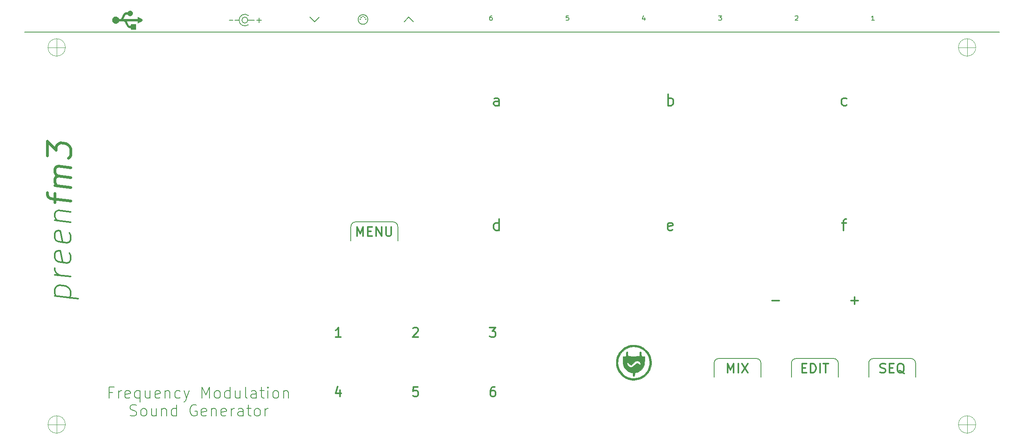
<source format=gbr>
G04 #@! TF.GenerationSoftware,KiCad,Pcbnew,(5.1.8)-1*
G04 #@! TF.CreationDate,2021-03-16T09:30:59+01:00*
G04 #@! TF.ProjectId,pfm3_topsurface,70666d33-5f74-46f7-9073-757266616365,v1.2 / 176*
G04 #@! TF.SameCoordinates,Original*
G04 #@! TF.FileFunction,Legend,Top*
G04 #@! TF.FilePolarity,Positive*
%FSLAX46Y46*%
G04 Gerber Fmt 4.6, Leading zero omitted, Abs format (unit mm)*
G04 Created by KiCad (PCBNEW (5.1.8)-1) date 2021-03-16 09:30:59*
%MOMM*%
%LPD*%
G01*
G04 APERTURE LIST*
%ADD10C,0.120000*%
%ADD11C,0.600000*%
%ADD12C,0.150000*%
%ADD13C,0.200000*%
%ADD14C,0.300000*%
%ADD15C,0.010000*%
G04 APERTURE END LIST*
D10*
X243243929Y-41300000D02*
X246950000Y-41300000D01*
X245100000Y-43150000D02*
X245100000Y-39443929D01*
X246956071Y-41300000D02*
G75*
G03*
X246956071Y-41300000I-1856071J0D01*
G01*
X245100000Y-123750000D02*
X245100000Y-120043929D01*
X243243929Y-121900000D02*
X246950000Y-121900000D01*
X246956071Y-121900000D02*
G75*
G03*
X246956071Y-121900000I-1856071J0D01*
G01*
X48943929Y-121900000D02*
X52650000Y-121900000D01*
X50800000Y-123750000D02*
X50800000Y-120043929D01*
X52656071Y-121900000D02*
G75*
G03*
X52656071Y-121900000I-1856071J0D01*
G01*
X50800000Y-43150000D02*
X50800000Y-39443929D01*
X48943929Y-41300000D02*
X52650000Y-41300000D01*
X52656071Y-41300000D02*
G75*
G03*
X52656071Y-41300000I-1856071J0D01*
G01*
D11*
X50428571Y-74387738D02*
X50428571Y-72482976D01*
X53761904Y-74090119D02*
X49476190Y-73554404D01*
X49000000Y-73256785D01*
X48761904Y-72750833D01*
X48761904Y-72274642D01*
X53761904Y-71232976D02*
X50428571Y-70816309D01*
X50904761Y-70875833D02*
X50666666Y-70607976D01*
X50428571Y-70102023D01*
X50428571Y-69387738D01*
X50666666Y-68941309D01*
X51142857Y-68762738D01*
X53761904Y-69090119D01*
X51142857Y-68762738D02*
X50666666Y-68465119D01*
X50428571Y-67959166D01*
X50428571Y-67244880D01*
X50666666Y-66798452D01*
X51142857Y-66619880D01*
X53761904Y-66947261D01*
X48761904Y-64417500D02*
X48761904Y-61322261D01*
X50666666Y-63227023D01*
X50666666Y-62512738D01*
X50904761Y-62066309D01*
X51142857Y-61857976D01*
X51619047Y-61679404D01*
X52809523Y-61828214D01*
X53285714Y-62125833D01*
X53523809Y-62393690D01*
X53761904Y-62899642D01*
X53761904Y-64328214D01*
X53523809Y-64774642D01*
X53285714Y-64982976D01*
D12*
X43992800Y-38000000D02*
X251968000Y-38000000D01*
D13*
X126953600Y-35798400D02*
X125953600Y-34798400D01*
X125953600Y-34798400D02*
X124953600Y-35798400D01*
D12*
X116876000Y-35276200D02*
G75*
G03*
X116876000Y-35276200I-100000J0D01*
G01*
X116676000Y-34876200D02*
G75*
G03*
X116676000Y-34876200I-100000J0D01*
G01*
X115676000Y-35276200D02*
G75*
G03*
X115676000Y-35276200I-100000J0D01*
G01*
X115876000Y-34876200D02*
G75*
G03*
X115876000Y-34876200I-100000J0D01*
G01*
X116276000Y-34676200D02*
G75*
G03*
X116276000Y-34676200I-100000J0D01*
G01*
D13*
X117206776Y-35326200D02*
G75*
G03*
X117206776Y-35326200I-1030776J0D01*
G01*
X105873000Y-35798400D02*
X106873000Y-34798400D01*
X104873000Y-34798400D02*
X105873000Y-35798400D01*
X91717609Y-36449977D02*
G75*
G02*
X91755799Y-34501601I-755809J989377D01*
G01*
X62757142Y-115028571D02*
X61957142Y-115028571D01*
X61957142Y-116285714D02*
X61957142Y-113885714D01*
X63100000Y-113885714D01*
X64014285Y-116285714D02*
X64014285Y-114685714D01*
X64014285Y-115142857D02*
X64128571Y-114914285D01*
X64242857Y-114800000D01*
X64471428Y-114685714D01*
X64700000Y-114685714D01*
X66414285Y-116171428D02*
X66185714Y-116285714D01*
X65728571Y-116285714D01*
X65500000Y-116171428D01*
X65385714Y-115942857D01*
X65385714Y-115028571D01*
X65500000Y-114800000D01*
X65728571Y-114685714D01*
X66185714Y-114685714D01*
X66414285Y-114800000D01*
X66528571Y-115028571D01*
X66528571Y-115257142D01*
X65385714Y-115485714D01*
X68585714Y-114685714D02*
X68585714Y-117085714D01*
X68585714Y-116171428D02*
X68357142Y-116285714D01*
X67900000Y-116285714D01*
X67671428Y-116171428D01*
X67557142Y-116057142D01*
X67442857Y-115828571D01*
X67442857Y-115142857D01*
X67557142Y-114914285D01*
X67671428Y-114800000D01*
X67900000Y-114685714D01*
X68357142Y-114685714D01*
X68585714Y-114800000D01*
X70757142Y-114685714D02*
X70757142Y-116285714D01*
X69728571Y-114685714D02*
X69728571Y-115942857D01*
X69842857Y-116171428D01*
X70071428Y-116285714D01*
X70414285Y-116285714D01*
X70642857Y-116171428D01*
X70757142Y-116057142D01*
X72814285Y-116171428D02*
X72585714Y-116285714D01*
X72128571Y-116285714D01*
X71900000Y-116171428D01*
X71785714Y-115942857D01*
X71785714Y-115028571D01*
X71900000Y-114800000D01*
X72128571Y-114685714D01*
X72585714Y-114685714D01*
X72814285Y-114800000D01*
X72928571Y-115028571D01*
X72928571Y-115257142D01*
X71785714Y-115485714D01*
X73957142Y-114685714D02*
X73957142Y-116285714D01*
X73957142Y-114914285D02*
X74071428Y-114800000D01*
X74300000Y-114685714D01*
X74642857Y-114685714D01*
X74871428Y-114800000D01*
X74985714Y-115028571D01*
X74985714Y-116285714D01*
X77157142Y-116171428D02*
X76928571Y-116285714D01*
X76471428Y-116285714D01*
X76242857Y-116171428D01*
X76128571Y-116057142D01*
X76014285Y-115828571D01*
X76014285Y-115142857D01*
X76128571Y-114914285D01*
X76242857Y-114800000D01*
X76471428Y-114685714D01*
X76928571Y-114685714D01*
X77157142Y-114800000D01*
X77957142Y-114685714D02*
X78528571Y-116285714D01*
X79100000Y-114685714D02*
X78528571Y-116285714D01*
X78300000Y-116857142D01*
X78185714Y-116971428D01*
X77957142Y-117085714D01*
X81842857Y-116285714D02*
X81842857Y-113885714D01*
X82642857Y-115600000D01*
X83442857Y-113885714D01*
X83442857Y-116285714D01*
X84928571Y-116285714D02*
X84700000Y-116171428D01*
X84585714Y-116057142D01*
X84471428Y-115828571D01*
X84471428Y-115142857D01*
X84585714Y-114914285D01*
X84700000Y-114800000D01*
X84928571Y-114685714D01*
X85271428Y-114685714D01*
X85500000Y-114800000D01*
X85614285Y-114914285D01*
X85728571Y-115142857D01*
X85728571Y-115828571D01*
X85614285Y-116057142D01*
X85500000Y-116171428D01*
X85271428Y-116285714D01*
X84928571Y-116285714D01*
X87785714Y-116285714D02*
X87785714Y-113885714D01*
X87785714Y-116171428D02*
X87557142Y-116285714D01*
X87100000Y-116285714D01*
X86871428Y-116171428D01*
X86757142Y-116057142D01*
X86642857Y-115828571D01*
X86642857Y-115142857D01*
X86757142Y-114914285D01*
X86871428Y-114800000D01*
X87100000Y-114685714D01*
X87557142Y-114685714D01*
X87785714Y-114800000D01*
X89957142Y-114685714D02*
X89957142Y-116285714D01*
X88928571Y-114685714D02*
X88928571Y-115942857D01*
X89042857Y-116171428D01*
X89271428Y-116285714D01*
X89614285Y-116285714D01*
X89842857Y-116171428D01*
X89957142Y-116057142D01*
X91442857Y-116285714D02*
X91214285Y-116171428D01*
X91100000Y-115942857D01*
X91100000Y-113885714D01*
X93385714Y-116285714D02*
X93385714Y-115028571D01*
X93271428Y-114800000D01*
X93042857Y-114685714D01*
X92585714Y-114685714D01*
X92357142Y-114800000D01*
X93385714Y-116171428D02*
X93157142Y-116285714D01*
X92585714Y-116285714D01*
X92357142Y-116171428D01*
X92242857Y-115942857D01*
X92242857Y-115714285D01*
X92357142Y-115485714D01*
X92585714Y-115371428D01*
X93157142Y-115371428D01*
X93385714Y-115257142D01*
X94185714Y-114685714D02*
X95100000Y-114685714D01*
X94528571Y-113885714D02*
X94528571Y-115942857D01*
X94642857Y-116171428D01*
X94871428Y-116285714D01*
X95100000Y-116285714D01*
X95900000Y-116285714D02*
X95900000Y-114685714D01*
X95900000Y-113885714D02*
X95785714Y-114000000D01*
X95900000Y-114114285D01*
X96014285Y-114000000D01*
X95900000Y-113885714D01*
X95900000Y-114114285D01*
X97385714Y-116285714D02*
X97157142Y-116171428D01*
X97042857Y-116057142D01*
X96928571Y-115828571D01*
X96928571Y-115142857D01*
X97042857Y-114914285D01*
X97157142Y-114800000D01*
X97385714Y-114685714D01*
X97728571Y-114685714D01*
X97957142Y-114800000D01*
X98071428Y-114914285D01*
X98185714Y-115142857D01*
X98185714Y-115828571D01*
X98071428Y-116057142D01*
X97957142Y-116171428D01*
X97728571Y-116285714D01*
X97385714Y-116285714D01*
X99214285Y-114685714D02*
X99214285Y-116285714D01*
X99214285Y-114914285D02*
X99328571Y-114800000D01*
X99557142Y-114685714D01*
X99900000Y-114685714D01*
X100128571Y-114800000D01*
X100242857Y-115028571D01*
X100242857Y-116285714D01*
X66471428Y-119971428D02*
X66814285Y-120085714D01*
X67385714Y-120085714D01*
X67614285Y-119971428D01*
X67728571Y-119857142D01*
X67842857Y-119628571D01*
X67842857Y-119400000D01*
X67728571Y-119171428D01*
X67614285Y-119057142D01*
X67385714Y-118942857D01*
X66928571Y-118828571D01*
X66700000Y-118714285D01*
X66585714Y-118600000D01*
X66471428Y-118371428D01*
X66471428Y-118142857D01*
X66585714Y-117914285D01*
X66700000Y-117800000D01*
X66928571Y-117685714D01*
X67500000Y-117685714D01*
X67842857Y-117800000D01*
X69214285Y-120085714D02*
X68985714Y-119971428D01*
X68871428Y-119857142D01*
X68757142Y-119628571D01*
X68757142Y-118942857D01*
X68871428Y-118714285D01*
X68985714Y-118600000D01*
X69214285Y-118485714D01*
X69557142Y-118485714D01*
X69785714Y-118600000D01*
X69900000Y-118714285D01*
X70014285Y-118942857D01*
X70014285Y-119628571D01*
X69900000Y-119857142D01*
X69785714Y-119971428D01*
X69557142Y-120085714D01*
X69214285Y-120085714D01*
X72071428Y-118485714D02*
X72071428Y-120085714D01*
X71042857Y-118485714D02*
X71042857Y-119742857D01*
X71157142Y-119971428D01*
X71385714Y-120085714D01*
X71728571Y-120085714D01*
X71957142Y-119971428D01*
X72071428Y-119857142D01*
X73214285Y-118485714D02*
X73214285Y-120085714D01*
X73214285Y-118714285D02*
X73328571Y-118600000D01*
X73557142Y-118485714D01*
X73900000Y-118485714D01*
X74128571Y-118600000D01*
X74242857Y-118828571D01*
X74242857Y-120085714D01*
X76414285Y-120085714D02*
X76414285Y-117685714D01*
X76414285Y-119971428D02*
X76185714Y-120085714D01*
X75728571Y-120085714D01*
X75500000Y-119971428D01*
X75385714Y-119857142D01*
X75271428Y-119628571D01*
X75271428Y-118942857D01*
X75385714Y-118714285D01*
X75500000Y-118600000D01*
X75728571Y-118485714D01*
X76185714Y-118485714D01*
X76414285Y-118600000D01*
X80642857Y-117800000D02*
X80414285Y-117685714D01*
X80071428Y-117685714D01*
X79728571Y-117800000D01*
X79500000Y-118028571D01*
X79385714Y-118257142D01*
X79271428Y-118714285D01*
X79271428Y-119057142D01*
X79385714Y-119514285D01*
X79500000Y-119742857D01*
X79728571Y-119971428D01*
X80071428Y-120085714D01*
X80300000Y-120085714D01*
X80642857Y-119971428D01*
X80757142Y-119857142D01*
X80757142Y-119057142D01*
X80300000Y-119057142D01*
X82700000Y-119971428D02*
X82471428Y-120085714D01*
X82014285Y-120085714D01*
X81785714Y-119971428D01*
X81671428Y-119742857D01*
X81671428Y-118828571D01*
X81785714Y-118600000D01*
X82014285Y-118485714D01*
X82471428Y-118485714D01*
X82700000Y-118600000D01*
X82814285Y-118828571D01*
X82814285Y-119057142D01*
X81671428Y-119285714D01*
X83842857Y-118485714D02*
X83842857Y-120085714D01*
X83842857Y-118714285D02*
X83957142Y-118600000D01*
X84185714Y-118485714D01*
X84528571Y-118485714D01*
X84757142Y-118600000D01*
X84871428Y-118828571D01*
X84871428Y-120085714D01*
X86928571Y-119971428D02*
X86700000Y-120085714D01*
X86242857Y-120085714D01*
X86014285Y-119971428D01*
X85900000Y-119742857D01*
X85900000Y-118828571D01*
X86014285Y-118600000D01*
X86242857Y-118485714D01*
X86700000Y-118485714D01*
X86928571Y-118600000D01*
X87042857Y-118828571D01*
X87042857Y-119057142D01*
X85900000Y-119285714D01*
X88071428Y-120085714D02*
X88071428Y-118485714D01*
X88071428Y-118942857D02*
X88185714Y-118714285D01*
X88300000Y-118600000D01*
X88528571Y-118485714D01*
X88757142Y-118485714D01*
X90585714Y-120085714D02*
X90585714Y-118828571D01*
X90471428Y-118600000D01*
X90242857Y-118485714D01*
X89785714Y-118485714D01*
X89557142Y-118600000D01*
X90585714Y-119971428D02*
X90357142Y-120085714D01*
X89785714Y-120085714D01*
X89557142Y-119971428D01*
X89442857Y-119742857D01*
X89442857Y-119514285D01*
X89557142Y-119285714D01*
X89785714Y-119171428D01*
X90357142Y-119171428D01*
X90585714Y-119057142D01*
X91385714Y-118485714D02*
X92300000Y-118485714D01*
X91728571Y-117685714D02*
X91728571Y-119742857D01*
X91842857Y-119971428D01*
X92071428Y-120085714D01*
X92300000Y-120085714D01*
X93442857Y-120085714D02*
X93214285Y-119971428D01*
X93100000Y-119857142D01*
X92985714Y-119628571D01*
X92985714Y-118942857D01*
X93100000Y-118714285D01*
X93214285Y-118600000D01*
X93442857Y-118485714D01*
X93785714Y-118485714D01*
X94014285Y-118600000D01*
X94128571Y-118714285D01*
X94242857Y-118942857D01*
X94242857Y-119628571D01*
X94128571Y-119857142D01*
X94014285Y-119971428D01*
X93785714Y-120085714D01*
X93442857Y-120085714D01*
X95271428Y-120085714D02*
X95271428Y-118485714D01*
X95271428Y-118942857D02*
X95385714Y-118714285D01*
X95500000Y-118600000D01*
X95728571Y-118485714D01*
X95957142Y-118485714D01*
D14*
X50428571Y-94406220D02*
X55428571Y-95031220D01*
X50666666Y-94435982D02*
X50428571Y-93930029D01*
X50428571Y-92977648D01*
X50666666Y-92531220D01*
X50904761Y-92322886D01*
X51380952Y-92144315D01*
X52809523Y-92322886D01*
X53285714Y-92620505D01*
X53523809Y-92888363D01*
X53761904Y-93394315D01*
X53761904Y-94346696D01*
X53523809Y-94793125D01*
X53761904Y-90299077D02*
X50428571Y-89882410D01*
X51380952Y-90001458D02*
X50904761Y-89703839D01*
X50666666Y-89435982D01*
X50428571Y-88930029D01*
X50428571Y-88453839D01*
X53523809Y-85269315D02*
X53761904Y-85775267D01*
X53761904Y-86727648D01*
X53523809Y-87174077D01*
X53047619Y-87352648D01*
X51142857Y-87114553D01*
X50666666Y-86816934D01*
X50428571Y-86310982D01*
X50428571Y-85358601D01*
X50666666Y-84912172D01*
X51142857Y-84733601D01*
X51619047Y-84793125D01*
X52095238Y-87233601D01*
X53523809Y-80983601D02*
X53761904Y-81489553D01*
X53761904Y-82441934D01*
X53523809Y-82888363D01*
X53047619Y-83066934D01*
X51142857Y-82828839D01*
X50666666Y-82531220D01*
X50428571Y-82025267D01*
X50428571Y-81072886D01*
X50666666Y-80626458D01*
X51142857Y-80447886D01*
X51619047Y-80507410D01*
X52095238Y-82947886D01*
X50428571Y-78215744D02*
X53761904Y-78632410D01*
X50904761Y-78275267D02*
X50666666Y-78007410D01*
X50428571Y-77501458D01*
X50428571Y-76787172D01*
X50666666Y-76340744D01*
X51142857Y-76162172D01*
X53761904Y-76489553D01*
X50428571Y-74406220D02*
X50428571Y-72501458D01*
X53761904Y-74108601D02*
X49476190Y-73572886D01*
X49000000Y-73275267D01*
X48761904Y-72769315D01*
X48761904Y-72293125D01*
X53761904Y-71251458D02*
X50428571Y-70834791D01*
X50904761Y-70894315D02*
X50666666Y-70626458D01*
X50428571Y-70120505D01*
X50428571Y-69406220D01*
X50666666Y-68959791D01*
X51142857Y-68781220D01*
X53761904Y-69108601D01*
X51142857Y-68781220D02*
X50666666Y-68483601D01*
X50428571Y-67977648D01*
X50428571Y-67263363D01*
X50666666Y-66816934D01*
X51142857Y-66638363D01*
X53761904Y-66965744D01*
X48761904Y-64435982D02*
X48761904Y-61340744D01*
X50666666Y-63245505D01*
X50666666Y-62531220D01*
X50904761Y-62084791D01*
X51142857Y-61876458D01*
X51619047Y-61697886D01*
X52809523Y-61846696D01*
X53285714Y-62144315D01*
X53523809Y-62412172D01*
X53761904Y-62918125D01*
X53761904Y-64346696D01*
X53523809Y-64793125D01*
X53285714Y-65001458D01*
D13*
X91596800Y-35460600D02*
G75*
G03*
X91596800Y-35460600I-635000J0D01*
G01*
X91596800Y-35460600D02*
X93005800Y-35460600D01*
X89683800Y-35460600D02*
X88794800Y-35460600D01*
X93509800Y-35460600D02*
X94525800Y-35460600D01*
X94017800Y-35968600D02*
X94017800Y-34952600D01*
X88413800Y-35460600D02*
X87651800Y-35460600D01*
D12*
X143690476Y-34522380D02*
X143500000Y-34522380D01*
X143404761Y-34570000D01*
X143357142Y-34617619D01*
X143261904Y-34760476D01*
X143214285Y-34950952D01*
X143214285Y-35331904D01*
X143261904Y-35427142D01*
X143309523Y-35474761D01*
X143404761Y-35522380D01*
X143595238Y-35522380D01*
X143690476Y-35474761D01*
X143738095Y-35427142D01*
X143785714Y-35331904D01*
X143785714Y-35093809D01*
X143738095Y-34998571D01*
X143690476Y-34950952D01*
X143595238Y-34903333D01*
X143404761Y-34903333D01*
X143309523Y-34950952D01*
X143261904Y-34998571D01*
X143214285Y-35093809D01*
X160038095Y-34522380D02*
X159561904Y-34522380D01*
X159514285Y-34998571D01*
X159561904Y-34950952D01*
X159657142Y-34903333D01*
X159895238Y-34903333D01*
X159990476Y-34950952D01*
X160038095Y-34998571D01*
X160085714Y-35093809D01*
X160085714Y-35331904D01*
X160038095Y-35427142D01*
X159990476Y-35474761D01*
X159895238Y-35522380D01*
X159657142Y-35522380D01*
X159561904Y-35474761D01*
X159514285Y-35427142D01*
X176290476Y-34855714D02*
X176290476Y-35522380D01*
X176052380Y-34474761D02*
X175814285Y-35189047D01*
X176433333Y-35189047D01*
X192066666Y-34522380D02*
X192685714Y-34522380D01*
X192352380Y-34903333D01*
X192495238Y-34903333D01*
X192590476Y-34950952D01*
X192638095Y-34998571D01*
X192685714Y-35093809D01*
X192685714Y-35331904D01*
X192638095Y-35427142D01*
X192590476Y-35474761D01*
X192495238Y-35522380D01*
X192209523Y-35522380D01*
X192114285Y-35474761D01*
X192066666Y-35427142D01*
X208414285Y-34617619D02*
X208461904Y-34570000D01*
X208557142Y-34522380D01*
X208795238Y-34522380D01*
X208890476Y-34570000D01*
X208938095Y-34617619D01*
X208985714Y-34712857D01*
X208985714Y-34808095D01*
X208938095Y-34950952D01*
X208366666Y-35522380D01*
X208985714Y-35522380D01*
X225285714Y-35522380D02*
X224714285Y-35522380D01*
X225000000Y-35522380D02*
X225000000Y-34522380D01*
X224904761Y-34665238D01*
X224809523Y-34760476D01*
X224714285Y-34808095D01*
D13*
X113600000Y-82600000D02*
X113600000Y-79600000D01*
X114600000Y-78600000D02*
X122600000Y-78600000D01*
X123600000Y-79600000D02*
X123600000Y-82600000D01*
X191100000Y-111800000D02*
X191100000Y-108800000D01*
X192100000Y-107800000D02*
X200100000Y-107800000D01*
X201100000Y-108800000D02*
X201100000Y-111800000D01*
X217600000Y-108800000D02*
X217600000Y-111800000D01*
X208600000Y-107800000D02*
X216600000Y-107800000D01*
X207600000Y-111800000D02*
X207600000Y-108800000D01*
X225100000Y-107800000D02*
X233100000Y-107800000D01*
X234100000Y-108800000D02*
X234100000Y-111800000D01*
X224100000Y-111800000D02*
X224100000Y-108800000D01*
X233100000Y-107800000D02*
G75*
G02*
X234100000Y-108800000I0J-1000000D01*
G01*
X224100000Y-108800000D02*
G75*
G02*
X225100000Y-107800000I1000000J0D01*
G01*
X207600000Y-108800000D02*
G75*
G02*
X208600000Y-107800000I1000000J0D01*
G01*
X216600000Y-107800000D02*
G75*
G02*
X217600000Y-108800000I0J-1000000D01*
G01*
X200100000Y-107800000D02*
G75*
G02*
X201100000Y-108800000I0J-1000000D01*
G01*
X191100000Y-108800000D02*
G75*
G02*
X192100000Y-107800000I1000000J0D01*
G01*
X122600000Y-78600000D02*
G75*
G02*
X123600000Y-79600000I0J-1000000D01*
G01*
X113600000Y-79600000D02*
G75*
G02*
X114600000Y-78600000I1000000J0D01*
G01*
D15*
G36*
X66520226Y-33448849D02*
G01*
X66624362Y-33476076D01*
X66721182Y-33522739D01*
X66807497Y-33587501D01*
X66880118Y-33669029D01*
X66935857Y-33765987D01*
X66954762Y-33814838D01*
X66969202Y-33864264D01*
X66976871Y-33909963D01*
X66978938Y-33962291D01*
X66977383Y-34015048D01*
X66973110Y-34077955D01*
X66965506Y-34125731D01*
X66952211Y-34168624D01*
X66930994Y-34216621D01*
X66871144Y-34314900D01*
X66796969Y-34394739D01*
X66711464Y-34456097D01*
X66617624Y-34498934D01*
X66518444Y-34523211D01*
X66416919Y-34528887D01*
X66316044Y-34515923D01*
X66218814Y-34484278D01*
X66128224Y-34433913D01*
X66047270Y-34364787D01*
X65978946Y-34276861D01*
X65952373Y-34229675D01*
X65925183Y-34175700D01*
X65743202Y-34175700D01*
X65671465Y-34175888D01*
X65620102Y-34176954D01*
X65584088Y-34179649D01*
X65558398Y-34184723D01*
X65538007Y-34192927D01*
X65517890Y-34205013D01*
X65509503Y-34210625D01*
X65469863Y-34241334D01*
X65431386Y-34280062D01*
X65392592Y-34329182D01*
X65352004Y-34391070D01*
X65308142Y-34468102D01*
X65259528Y-34562651D01*
X65204684Y-34677095D01*
X65163642Y-34766250D01*
X65125210Y-34849784D01*
X65085746Y-34933821D01*
X65047992Y-35012647D01*
X65014685Y-35080552D01*
X64988568Y-35131825D01*
X64985441Y-35137725D01*
X64922734Y-35255200D01*
X68059300Y-35255200D01*
X68059300Y-35070215D01*
X68060399Y-34986947D01*
X68063575Y-34921642D01*
X68068647Y-34876924D01*
X68074074Y-34857490D01*
X68104465Y-34818690D01*
X68141475Y-34799615D01*
X68152460Y-34798403D01*
X68167928Y-34804683D01*
X68202786Y-34822808D01*
X68254708Y-34851449D01*
X68321368Y-34889278D01*
X68400440Y-34934964D01*
X68489597Y-34987179D01*
X68586514Y-35044593D01*
X68657285Y-35086899D01*
X69138800Y-35375799D01*
X69138800Y-35434680D01*
X69138799Y-35493561D01*
X68660940Y-35780780D01*
X68560191Y-35840952D01*
X68465372Y-35896845D01*
X68378850Y-35947119D01*
X68302990Y-35990431D01*
X68240160Y-36025440D01*
X68192726Y-36050803D01*
X68163054Y-36065181D01*
X68154347Y-36068000D01*
X68123504Y-36060142D01*
X68095631Y-36043750D01*
X68084251Y-36033412D01*
X68076072Y-36020949D01*
X68070453Y-36002172D01*
X68066752Y-35972891D01*
X68064327Y-35928916D01*
X68062536Y-35866058D01*
X68061581Y-35821500D01*
X68057512Y-35623500D01*
X65647384Y-35623500D01*
X65691639Y-35697790D01*
X65709189Y-35729918D01*
X65735200Y-35781079D01*
X65767672Y-35847163D01*
X65804603Y-35924058D01*
X65843993Y-36007654D01*
X65874783Y-36074097D01*
X65931870Y-36196899D01*
X65980779Y-36298848D01*
X66023000Y-36382577D01*
X66060025Y-36450722D01*
X66093344Y-36505916D01*
X66124448Y-36550794D01*
X66154828Y-36587989D01*
X66181191Y-36615529D01*
X66221347Y-36650140D01*
X66262911Y-36674592D01*
X66311343Y-36690464D01*
X66372106Y-36699334D01*
X66450660Y-36702782D01*
X66483773Y-36703000D01*
X66611500Y-36703000D01*
X66611500Y-36562669D01*
X66613809Y-36479296D01*
X66621234Y-36418099D01*
X66634521Y-36376233D01*
X66654416Y-36350853D01*
X66669218Y-36342589D01*
X66686232Y-36340800D01*
X66725697Y-36339154D01*
X66784665Y-36337697D01*
X66860189Y-36336476D01*
X66949321Y-36335538D01*
X67049113Y-36334930D01*
X67156616Y-36334700D01*
X67163275Y-36334700D01*
X67285525Y-36334744D01*
X67384950Y-36334965D01*
X67464128Y-36335497D01*
X67525635Y-36336474D01*
X67572047Y-36338029D01*
X67605939Y-36340297D01*
X67629889Y-36343411D01*
X67646473Y-36347505D01*
X67658267Y-36352712D01*
X67667846Y-36359166D01*
X67670237Y-36361021D01*
X67703700Y-36387343D01*
X67703700Y-37371672D01*
X67674306Y-37399286D01*
X67666282Y-37406336D01*
X67657037Y-37412072D01*
X67644046Y-37416627D01*
X67624787Y-37420139D01*
X67596737Y-37422742D01*
X67557374Y-37424574D01*
X67504173Y-37425769D01*
X67434613Y-37426463D01*
X67346171Y-37426792D01*
X67236323Y-37426893D01*
X67161363Y-37426900D01*
X67037419Y-37426840D01*
X66936351Y-37426583D01*
X66855633Y-37426008D01*
X66792741Y-37424996D01*
X66745152Y-37423429D01*
X66710339Y-37421187D01*
X66685779Y-37418150D01*
X66668948Y-37414200D01*
X66657319Y-37409217D01*
X66648370Y-37403082D01*
X66647831Y-37402649D01*
X66635095Y-37390707D01*
X66626375Y-37375956D01*
X66620723Y-37353464D01*
X66617188Y-37318302D01*
X66614823Y-37265539D01*
X66613611Y-37224849D01*
X66609372Y-37071300D01*
X66486611Y-37071048D01*
X66359641Y-37066669D01*
X66252398Y-37053140D01*
X66160409Y-37029024D01*
X66079201Y-36992883D01*
X66004299Y-36943281D01*
X65953035Y-36899603D01*
X65905046Y-36852856D01*
X65860943Y-36804259D01*
X65819035Y-36751029D01*
X65777633Y-36690383D01*
X65735047Y-36619540D01*
X65689587Y-36535717D01*
X65639563Y-36436132D01*
X65583287Y-36318003D01*
X65530962Y-36204634D01*
X65477240Y-36088324D01*
X65431570Y-35992631D01*
X65392351Y-35914682D01*
X65357981Y-35851600D01*
X65326859Y-35800511D01*
X65297383Y-35758538D01*
X65267952Y-35722807D01*
X65254467Y-35708178D01*
X65235566Y-35688208D01*
X65218677Y-35671649D01*
X65201336Y-35658182D01*
X65181078Y-35647488D01*
X65155440Y-35639248D01*
X65121957Y-35633144D01*
X65078165Y-35628856D01*
X65021601Y-35626065D01*
X64949799Y-35624453D01*
X64860296Y-35623700D01*
X64750628Y-35623489D01*
X64618330Y-35623499D01*
X64600201Y-35623500D01*
X64060841Y-35623500D01*
X64040016Y-35686198D01*
X63999465Y-35775643D01*
X63939348Y-35865211D01*
X63864812Y-35949158D01*
X63781002Y-36021737D01*
X63693067Y-36077205D01*
X63687038Y-36080225D01*
X63580946Y-36124359D01*
X63478077Y-36149076D01*
X63370450Y-36156749D01*
X63236826Y-36147130D01*
X63116493Y-36116931D01*
X63006165Y-36064794D01*
X62902554Y-35989358D01*
X62852211Y-35942450D01*
X62762759Y-35836386D01*
X62696642Y-35721466D01*
X62654162Y-35599549D01*
X62635626Y-35472492D01*
X62641334Y-35342152D01*
X62671593Y-35210388D01*
X62714832Y-35102800D01*
X62757792Y-35032179D01*
X62817725Y-34958646D01*
X62888042Y-34888773D01*
X62962155Y-34829134D01*
X63030847Y-34787565D01*
X63161265Y-34737051D01*
X63292355Y-34711256D01*
X63422075Y-34709848D01*
X63548385Y-34732496D01*
X63669243Y-34778868D01*
X63782608Y-34848631D01*
X63869393Y-34923906D01*
X63921024Y-34978911D01*
X63962367Y-35032131D01*
X63997943Y-35090724D01*
X64032272Y-35161842D01*
X64057426Y-35221542D01*
X64072110Y-35257735D01*
X64233730Y-35252876D01*
X64305231Y-35250081D01*
X64357027Y-35246123D01*
X64394809Y-35240137D01*
X64424271Y-35231258D01*
X64447963Y-35220295D01*
X64472888Y-35206389D01*
X64495765Y-35191174D01*
X64517702Y-35172804D01*
X64539806Y-35149432D01*
X64563183Y-35119213D01*
X64588940Y-35080300D01*
X64618185Y-35030848D01*
X64652024Y-34969011D01*
X64691563Y-34892941D01*
X64737911Y-34800794D01*
X64792173Y-34690723D01*
X64855456Y-34560882D01*
X64906753Y-34455100D01*
X64979777Y-34313041D01*
X65052737Y-34188025D01*
X65124124Y-34082405D01*
X65192427Y-33998538D01*
X65214048Y-33976021D01*
X65276141Y-33919845D01*
X65338044Y-33876666D01*
X65404324Y-33844972D01*
X65479551Y-33823250D01*
X65568294Y-33809987D01*
X65675121Y-33803668D01*
X65737587Y-33802636D01*
X65924124Y-33801494D01*
X65953487Y-33738045D01*
X65990042Y-33678217D01*
X66042956Y-33615820D01*
X66105096Y-33557946D01*
X66169328Y-33511685D01*
X66195817Y-33497128D01*
X66302764Y-33458040D01*
X66411964Y-33442392D01*
X66520226Y-33448849D01*
G37*
X66520226Y-33448849D02*
X66624362Y-33476076D01*
X66721182Y-33522739D01*
X66807497Y-33587501D01*
X66880118Y-33669029D01*
X66935857Y-33765987D01*
X66954762Y-33814838D01*
X66969202Y-33864264D01*
X66976871Y-33909963D01*
X66978938Y-33962291D01*
X66977383Y-34015048D01*
X66973110Y-34077955D01*
X66965506Y-34125731D01*
X66952211Y-34168624D01*
X66930994Y-34216621D01*
X66871144Y-34314900D01*
X66796969Y-34394739D01*
X66711464Y-34456097D01*
X66617624Y-34498934D01*
X66518444Y-34523211D01*
X66416919Y-34528887D01*
X66316044Y-34515923D01*
X66218814Y-34484278D01*
X66128224Y-34433913D01*
X66047270Y-34364787D01*
X65978946Y-34276861D01*
X65952373Y-34229675D01*
X65925183Y-34175700D01*
X65743202Y-34175700D01*
X65671465Y-34175888D01*
X65620102Y-34176954D01*
X65584088Y-34179649D01*
X65558398Y-34184723D01*
X65538007Y-34192927D01*
X65517890Y-34205013D01*
X65509503Y-34210625D01*
X65469863Y-34241334D01*
X65431386Y-34280062D01*
X65392592Y-34329182D01*
X65352004Y-34391070D01*
X65308142Y-34468102D01*
X65259528Y-34562651D01*
X65204684Y-34677095D01*
X65163642Y-34766250D01*
X65125210Y-34849784D01*
X65085746Y-34933821D01*
X65047992Y-35012647D01*
X65014685Y-35080552D01*
X64988568Y-35131825D01*
X64985441Y-35137725D01*
X64922734Y-35255200D01*
X68059300Y-35255200D01*
X68059300Y-35070215D01*
X68060399Y-34986947D01*
X68063575Y-34921642D01*
X68068647Y-34876924D01*
X68074074Y-34857490D01*
X68104465Y-34818690D01*
X68141475Y-34799615D01*
X68152460Y-34798403D01*
X68167928Y-34804683D01*
X68202786Y-34822808D01*
X68254708Y-34851449D01*
X68321368Y-34889278D01*
X68400440Y-34934964D01*
X68489597Y-34987179D01*
X68586514Y-35044593D01*
X68657285Y-35086899D01*
X69138800Y-35375799D01*
X69138800Y-35434680D01*
X69138799Y-35493561D01*
X68660940Y-35780780D01*
X68560191Y-35840952D01*
X68465372Y-35896845D01*
X68378850Y-35947119D01*
X68302990Y-35990431D01*
X68240160Y-36025440D01*
X68192726Y-36050803D01*
X68163054Y-36065181D01*
X68154347Y-36068000D01*
X68123504Y-36060142D01*
X68095631Y-36043750D01*
X68084251Y-36033412D01*
X68076072Y-36020949D01*
X68070453Y-36002172D01*
X68066752Y-35972891D01*
X68064327Y-35928916D01*
X68062536Y-35866058D01*
X68061581Y-35821500D01*
X68057512Y-35623500D01*
X65647384Y-35623500D01*
X65691639Y-35697790D01*
X65709189Y-35729918D01*
X65735200Y-35781079D01*
X65767672Y-35847163D01*
X65804603Y-35924058D01*
X65843993Y-36007654D01*
X65874783Y-36074097D01*
X65931870Y-36196899D01*
X65980779Y-36298848D01*
X66023000Y-36382577D01*
X66060025Y-36450722D01*
X66093344Y-36505916D01*
X66124448Y-36550794D01*
X66154828Y-36587989D01*
X66181191Y-36615529D01*
X66221347Y-36650140D01*
X66262911Y-36674592D01*
X66311343Y-36690464D01*
X66372106Y-36699334D01*
X66450660Y-36702782D01*
X66483773Y-36703000D01*
X66611500Y-36703000D01*
X66611500Y-36562669D01*
X66613809Y-36479296D01*
X66621234Y-36418099D01*
X66634521Y-36376233D01*
X66654416Y-36350853D01*
X66669218Y-36342589D01*
X66686232Y-36340800D01*
X66725697Y-36339154D01*
X66784665Y-36337697D01*
X66860189Y-36336476D01*
X66949321Y-36335538D01*
X67049113Y-36334930D01*
X67156616Y-36334700D01*
X67163275Y-36334700D01*
X67285525Y-36334744D01*
X67384950Y-36334965D01*
X67464128Y-36335497D01*
X67525635Y-36336474D01*
X67572047Y-36338029D01*
X67605939Y-36340297D01*
X67629889Y-36343411D01*
X67646473Y-36347505D01*
X67658267Y-36352712D01*
X67667846Y-36359166D01*
X67670237Y-36361021D01*
X67703700Y-36387343D01*
X67703700Y-37371672D01*
X67674306Y-37399286D01*
X67666282Y-37406336D01*
X67657037Y-37412072D01*
X67644046Y-37416627D01*
X67624787Y-37420139D01*
X67596737Y-37422742D01*
X67557374Y-37424574D01*
X67504173Y-37425769D01*
X67434613Y-37426463D01*
X67346171Y-37426792D01*
X67236323Y-37426893D01*
X67161363Y-37426900D01*
X67037419Y-37426840D01*
X66936351Y-37426583D01*
X66855633Y-37426008D01*
X66792741Y-37424996D01*
X66745152Y-37423429D01*
X66710339Y-37421187D01*
X66685779Y-37418150D01*
X66668948Y-37414200D01*
X66657319Y-37409217D01*
X66648370Y-37403082D01*
X66647831Y-37402649D01*
X66635095Y-37390707D01*
X66626375Y-37375956D01*
X66620723Y-37353464D01*
X66617188Y-37318302D01*
X66614823Y-37265539D01*
X66613611Y-37224849D01*
X66609372Y-37071300D01*
X66486611Y-37071048D01*
X66359641Y-37066669D01*
X66252398Y-37053140D01*
X66160409Y-37029024D01*
X66079201Y-36992883D01*
X66004299Y-36943281D01*
X65953035Y-36899603D01*
X65905046Y-36852856D01*
X65860943Y-36804259D01*
X65819035Y-36751029D01*
X65777633Y-36690383D01*
X65735047Y-36619540D01*
X65689587Y-36535717D01*
X65639563Y-36436132D01*
X65583287Y-36318003D01*
X65530962Y-36204634D01*
X65477240Y-36088324D01*
X65431570Y-35992631D01*
X65392351Y-35914682D01*
X65357981Y-35851600D01*
X65326859Y-35800511D01*
X65297383Y-35758538D01*
X65267952Y-35722807D01*
X65254467Y-35708178D01*
X65235566Y-35688208D01*
X65218677Y-35671649D01*
X65201336Y-35658182D01*
X65181078Y-35647488D01*
X65155440Y-35639248D01*
X65121957Y-35633144D01*
X65078165Y-35628856D01*
X65021601Y-35626065D01*
X64949799Y-35624453D01*
X64860296Y-35623700D01*
X64750628Y-35623489D01*
X64618330Y-35623499D01*
X64600201Y-35623500D01*
X64060841Y-35623500D01*
X64040016Y-35686198D01*
X63999465Y-35775643D01*
X63939348Y-35865211D01*
X63864812Y-35949158D01*
X63781002Y-36021737D01*
X63693067Y-36077205D01*
X63687038Y-36080225D01*
X63580946Y-36124359D01*
X63478077Y-36149076D01*
X63370450Y-36156749D01*
X63236826Y-36147130D01*
X63116493Y-36116931D01*
X63006165Y-36064794D01*
X62902554Y-35989358D01*
X62852211Y-35942450D01*
X62762759Y-35836386D01*
X62696642Y-35721466D01*
X62654162Y-35599549D01*
X62635626Y-35472492D01*
X62641334Y-35342152D01*
X62671593Y-35210388D01*
X62714832Y-35102800D01*
X62757792Y-35032179D01*
X62817725Y-34958646D01*
X62888042Y-34888773D01*
X62962155Y-34829134D01*
X63030847Y-34787565D01*
X63161265Y-34737051D01*
X63292355Y-34711256D01*
X63422075Y-34709848D01*
X63548385Y-34732496D01*
X63669243Y-34778868D01*
X63782608Y-34848631D01*
X63869393Y-34923906D01*
X63921024Y-34978911D01*
X63962367Y-35032131D01*
X63997943Y-35090724D01*
X64032272Y-35161842D01*
X64057426Y-35221542D01*
X64072110Y-35257735D01*
X64233730Y-35252876D01*
X64305231Y-35250081D01*
X64357027Y-35246123D01*
X64394809Y-35240137D01*
X64424271Y-35231258D01*
X64447963Y-35220295D01*
X64472888Y-35206389D01*
X64495765Y-35191174D01*
X64517702Y-35172804D01*
X64539806Y-35149432D01*
X64563183Y-35119213D01*
X64588940Y-35080300D01*
X64618185Y-35030848D01*
X64652024Y-34969011D01*
X64691563Y-34892941D01*
X64737911Y-34800794D01*
X64792173Y-34690723D01*
X64855456Y-34560882D01*
X64906753Y-34455100D01*
X64979777Y-34313041D01*
X65052737Y-34188025D01*
X65124124Y-34082405D01*
X65192427Y-33998538D01*
X65214048Y-33976021D01*
X65276141Y-33919845D01*
X65338044Y-33876666D01*
X65404324Y-33844972D01*
X65479551Y-33823250D01*
X65568294Y-33809987D01*
X65675121Y-33803668D01*
X65737587Y-33802636D01*
X65924124Y-33801494D01*
X65953487Y-33738045D01*
X65990042Y-33678217D01*
X66042956Y-33615820D01*
X66105096Y-33557946D01*
X66169328Y-33511685D01*
X66195817Y-33497128D01*
X66302764Y-33458040D01*
X66411964Y-33442392D01*
X66520226Y-33448849D01*
G36*
X172614610Y-106373992D02*
G01*
X172660605Y-106526953D01*
X172678150Y-106775400D01*
X172678400Y-106816460D01*
X172686547Y-107036458D01*
X172709109Y-107194847D01*
X172739359Y-107267439D01*
X172796130Y-107289260D01*
X172922269Y-107305870D01*
X173125163Y-107317644D01*
X173412200Y-107324954D01*
X173790767Y-107328171D01*
X173948400Y-107328399D01*
X174361200Y-107326544D01*
X174679852Y-107320728D01*
X174911741Y-107310580D01*
X175064255Y-107295727D01*
X175144781Y-107275797D01*
X175157440Y-107267439D01*
X175190552Y-107182203D01*
X175211782Y-107016621D01*
X175218400Y-106816460D01*
X175232181Y-106554932D01*
X175274263Y-106389178D01*
X175345752Y-106317076D01*
X175447754Y-106336507D01*
X175463958Y-106346049D01*
X175514172Y-106407743D01*
X175544811Y-106528816D01*
X175560733Y-106729351D01*
X175561520Y-106749503D01*
X175572051Y-106996822D01*
X175589625Y-107160608D01*
X175625861Y-107258821D01*
X175692379Y-107309425D01*
X175800800Y-107330381D01*
X175942661Y-107338685D01*
X176259800Y-107353800D01*
X176256693Y-108166600D01*
X176244661Y-108621639D01*
X176208121Y-108995716D01*
X176140657Y-109307843D01*
X176035851Y-109577035D01*
X175887285Y-109822306D01*
X175688543Y-110062668D01*
X175578064Y-110177264D01*
X175297332Y-110425170D01*
X175008435Y-110604634D01*
X174673399Y-110737199D01*
X174507200Y-110784753D01*
X174177000Y-110871269D01*
X174151400Y-111169934D01*
X174125517Y-111384514D01*
X174087246Y-111515209D01*
X174028173Y-111579656D01*
X173948400Y-111595600D01*
X173847094Y-111565051D01*
X173811897Y-111532100D01*
X173785579Y-111449425D01*
X173760066Y-111301750D01*
X173745399Y-111169352D01*
X173719800Y-110870105D01*
X173440400Y-110798899D01*
X173012934Y-110656271D01*
X172651936Y-110457986D01*
X172330947Y-110189467D01*
X172326828Y-110185356D01*
X172100584Y-109939201D01*
X171927969Y-109698423D01*
X171802464Y-109443866D01*
X171717553Y-109156372D01*
X171681762Y-108917266D01*
X172482299Y-108917266D01*
X172541759Y-109087468D01*
X172678732Y-109280985D01*
X172788365Y-109395703D01*
X172994901Y-109561789D01*
X173194063Y-109643850D01*
X173417234Y-109651779D01*
X173539875Y-109632604D01*
X173677039Y-109570030D01*
X173871939Y-109426213D01*
X174122941Y-109202358D01*
X174124583Y-109200804D01*
X174345153Y-109000533D01*
X174515604Y-108872111D01*
X174652607Y-108810827D01*
X174772831Y-108811968D01*
X174892946Y-108870820D01*
X174997561Y-108954000D01*
X175143669Y-109065943D01*
X175250074Y-109101615D01*
X175337683Y-109066281D01*
X175360640Y-109045439D01*
X175420824Y-108920334D01*
X175398406Y-108766516D01*
X175298325Y-108606838D01*
X175256500Y-108563660D01*
X175030579Y-108388519D01*
X174809973Y-108302188D01*
X174585985Y-108306026D01*
X174349922Y-108401394D01*
X174093090Y-108589650D01*
X173897600Y-108776082D01*
X173696595Y-108967535D01*
X173516343Y-109110272D01*
X173372895Y-109192528D01*
X173308393Y-109208000D01*
X173259485Y-109173218D01*
X173161918Y-109081078D01*
X173034836Y-108949887D01*
X173005556Y-108918402D01*
X172868306Y-108773357D01*
X172776758Y-108692264D01*
X172709503Y-108662795D01*
X172645130Y-108672621D01*
X172606685Y-108688712D01*
X172503044Y-108780855D01*
X172482299Y-108917266D01*
X171681762Y-108917266D01*
X171666720Y-108816783D01*
X171643448Y-108405943D01*
X171640106Y-108166600D01*
X171637000Y-107353800D01*
X171954138Y-107338685D01*
X172109847Y-107329025D01*
X172213267Y-107305773D01*
X172276019Y-107250967D01*
X172309722Y-107146644D01*
X172325997Y-106974842D01*
X172335279Y-106749503D01*
X172350230Y-106541716D01*
X172379509Y-106415005D01*
X172427972Y-106349284D01*
X172432841Y-106346049D01*
X172539057Y-106314398D01*
X172614610Y-106373992D01*
G37*
X172614610Y-106373992D02*
X172660605Y-106526953D01*
X172678150Y-106775400D01*
X172678400Y-106816460D01*
X172686547Y-107036458D01*
X172709109Y-107194847D01*
X172739359Y-107267439D01*
X172796130Y-107289260D01*
X172922269Y-107305870D01*
X173125163Y-107317644D01*
X173412200Y-107324954D01*
X173790767Y-107328171D01*
X173948400Y-107328399D01*
X174361200Y-107326544D01*
X174679852Y-107320728D01*
X174911741Y-107310580D01*
X175064255Y-107295727D01*
X175144781Y-107275797D01*
X175157440Y-107267439D01*
X175190552Y-107182203D01*
X175211782Y-107016621D01*
X175218400Y-106816460D01*
X175232181Y-106554932D01*
X175274263Y-106389178D01*
X175345752Y-106317076D01*
X175447754Y-106336507D01*
X175463958Y-106346049D01*
X175514172Y-106407743D01*
X175544811Y-106528816D01*
X175560733Y-106729351D01*
X175561520Y-106749503D01*
X175572051Y-106996822D01*
X175589625Y-107160608D01*
X175625861Y-107258821D01*
X175692379Y-107309425D01*
X175800800Y-107330381D01*
X175942661Y-107338685D01*
X176259800Y-107353800D01*
X176256693Y-108166600D01*
X176244661Y-108621639D01*
X176208121Y-108995716D01*
X176140657Y-109307843D01*
X176035851Y-109577035D01*
X175887285Y-109822306D01*
X175688543Y-110062668D01*
X175578064Y-110177264D01*
X175297332Y-110425170D01*
X175008435Y-110604634D01*
X174673399Y-110737199D01*
X174507200Y-110784753D01*
X174177000Y-110871269D01*
X174151400Y-111169934D01*
X174125517Y-111384514D01*
X174087246Y-111515209D01*
X174028173Y-111579656D01*
X173948400Y-111595600D01*
X173847094Y-111565051D01*
X173811897Y-111532100D01*
X173785579Y-111449425D01*
X173760066Y-111301750D01*
X173745399Y-111169352D01*
X173719800Y-110870105D01*
X173440400Y-110798899D01*
X173012934Y-110656271D01*
X172651936Y-110457986D01*
X172330947Y-110189467D01*
X172326828Y-110185356D01*
X172100584Y-109939201D01*
X171927969Y-109698423D01*
X171802464Y-109443866D01*
X171717553Y-109156372D01*
X171681762Y-108917266D01*
X172482299Y-108917266D01*
X172541759Y-109087468D01*
X172678732Y-109280985D01*
X172788365Y-109395703D01*
X172994901Y-109561789D01*
X173194063Y-109643850D01*
X173417234Y-109651779D01*
X173539875Y-109632604D01*
X173677039Y-109570030D01*
X173871939Y-109426213D01*
X174122941Y-109202358D01*
X174124583Y-109200804D01*
X174345153Y-109000533D01*
X174515604Y-108872111D01*
X174652607Y-108810827D01*
X174772831Y-108811968D01*
X174892946Y-108870820D01*
X174997561Y-108954000D01*
X175143669Y-109065943D01*
X175250074Y-109101615D01*
X175337683Y-109066281D01*
X175360640Y-109045439D01*
X175420824Y-108920334D01*
X175398406Y-108766516D01*
X175298325Y-108606838D01*
X175256500Y-108563660D01*
X175030579Y-108388519D01*
X174809973Y-108302188D01*
X174585985Y-108306026D01*
X174349922Y-108401394D01*
X174093090Y-108589650D01*
X173897600Y-108776082D01*
X173696595Y-108967535D01*
X173516343Y-109110272D01*
X173372895Y-109192528D01*
X173308393Y-109208000D01*
X173259485Y-109173218D01*
X173161918Y-109081078D01*
X173034836Y-108949887D01*
X173005556Y-108918402D01*
X172868306Y-108773357D01*
X172776758Y-108692264D01*
X172709503Y-108662795D01*
X172645130Y-108672621D01*
X172606685Y-108688712D01*
X172503044Y-108780855D01*
X172482299Y-108917266D01*
X171681762Y-108917266D01*
X171666720Y-108816783D01*
X171643448Y-108405943D01*
X171640106Y-108166600D01*
X171637000Y-107353800D01*
X171954138Y-107338685D01*
X172109847Y-107329025D01*
X172213267Y-107305773D01*
X172276019Y-107250967D01*
X172309722Y-107146644D01*
X172325997Y-106974842D01*
X172335279Y-106749503D01*
X172350230Y-106541716D01*
X172379509Y-106415005D01*
X172427972Y-106349284D01*
X172432841Y-106346049D01*
X172539057Y-106314398D01*
X172614610Y-106373992D01*
G36*
X174359760Y-104899247D02*
G01*
X174785546Y-104972449D01*
X175192356Y-105084476D01*
X175546787Y-105227164D01*
X175671869Y-105294200D01*
X175815930Y-105376468D01*
X175922798Y-105432542D01*
X175963442Y-105448799D01*
X176038794Y-105484461D01*
X176165101Y-105580912D01*
X176326560Y-105722350D01*
X176507369Y-105892973D01*
X176691727Y-106076979D01*
X176863832Y-106258567D01*
X177007881Y-106421934D01*
X177108072Y-106551278D01*
X177148605Y-106630798D01*
X177148800Y-106634157D01*
X177172667Y-106690265D01*
X177234594Y-106805948D01*
X177303399Y-106925730D01*
X177456522Y-107248240D01*
X177582407Y-107637141D01*
X177672891Y-108059033D01*
X177719813Y-108480512D01*
X177724566Y-108649200D01*
X177698352Y-109060560D01*
X177625150Y-109486346D01*
X177513123Y-109893156D01*
X177370435Y-110247587D01*
X177303399Y-110372669D01*
X177221131Y-110516730D01*
X177165057Y-110623598D01*
X177148800Y-110664242D01*
X177113138Y-110739594D01*
X177016687Y-110865901D01*
X176875249Y-111027360D01*
X176704626Y-111208169D01*
X176520620Y-111392527D01*
X176339032Y-111564632D01*
X176175665Y-111708681D01*
X176046321Y-111808872D01*
X175966801Y-111849405D01*
X175963442Y-111849600D01*
X175907334Y-111873467D01*
X175791651Y-111935394D01*
X175671869Y-112004199D01*
X175318926Y-112169695D01*
X174882479Y-112302226D01*
X174376286Y-112398201D01*
X173999200Y-112440756D01*
X173825011Y-112450264D01*
X173693456Y-112447715D01*
X173635626Y-112434813D01*
X173570209Y-112408694D01*
X173438045Y-112378008D01*
X173330826Y-112359351D01*
X172842838Y-112255909D01*
X172426040Y-112107607D01*
X172224930Y-112004199D01*
X172080869Y-111921931D01*
X171974001Y-111865857D01*
X171933357Y-111849600D01*
X171858005Y-111813938D01*
X171731698Y-111717487D01*
X171570239Y-111576049D01*
X171389430Y-111405426D01*
X171205072Y-111221420D01*
X171032967Y-111039832D01*
X170888918Y-110876465D01*
X170788727Y-110747121D01*
X170748194Y-110667601D01*
X170748000Y-110664242D01*
X170724132Y-110608134D01*
X170662205Y-110492451D01*
X170593400Y-110372669D01*
X170440277Y-110050159D01*
X170314392Y-109661258D01*
X170223908Y-109239366D01*
X170176986Y-108817887D01*
X170174825Y-108741160D01*
X170573843Y-108741160D01*
X170636659Y-109303736D01*
X170794290Y-109851355D01*
X170954285Y-110206049D01*
X171269648Y-110707263D01*
X171649996Y-111130520D01*
X172094371Y-111475159D01*
X172601818Y-111740516D01*
X173171379Y-111925929D01*
X173542000Y-111998447D01*
X173720915Y-112024893D01*
X173853319Y-112039013D01*
X173971464Y-112040091D01*
X174107598Y-112027407D01*
X174293973Y-112000243D01*
X174431000Y-111978645D01*
X174715569Y-111930948D01*
X174930438Y-111885536D01*
X175106759Y-111832392D01*
X175275682Y-111761502D01*
X175468361Y-111662848D01*
X175547709Y-111619615D01*
X176032246Y-111305468D01*
X176436510Y-110936093D01*
X176772015Y-110499819D01*
X176942514Y-110206049D01*
X177164143Y-109675797D01*
X177290957Y-109121906D01*
X177322956Y-108557239D01*
X177260140Y-107994663D01*
X177102509Y-107447044D01*
X176942514Y-107092350D01*
X176649199Y-106619655D01*
X176298179Y-106220637D01*
X175875828Y-105881650D01*
X175518385Y-105666267D01*
X174994237Y-105440661D01*
X174445647Y-105309526D01*
X173885561Y-105272861D01*
X173326923Y-105330668D01*
X172782679Y-105482945D01*
X172378414Y-105666267D01*
X171896012Y-105970354D01*
X171494791Y-106324608D01*
X171161126Y-106742675D01*
X170954285Y-107092350D01*
X170732656Y-107622602D01*
X170605842Y-108176493D01*
X170573843Y-108741160D01*
X170174825Y-108741160D01*
X170172233Y-108649200D01*
X170198447Y-108237839D01*
X170271649Y-107812053D01*
X170383676Y-107405243D01*
X170526364Y-107050812D01*
X170593400Y-106925730D01*
X170675668Y-106781669D01*
X170731742Y-106674801D01*
X170748000Y-106634157D01*
X170783661Y-106558805D01*
X170880112Y-106432498D01*
X171021550Y-106271039D01*
X171192173Y-106090230D01*
X171376179Y-105905872D01*
X171557767Y-105733767D01*
X171721134Y-105589718D01*
X171850478Y-105489527D01*
X171929998Y-105448994D01*
X171933357Y-105448799D01*
X171989465Y-105424932D01*
X172105148Y-105363005D01*
X172224930Y-105294200D01*
X172547440Y-105141077D01*
X172936341Y-105015192D01*
X173358233Y-104924708D01*
X173779712Y-104877786D01*
X173948400Y-104873033D01*
X174359760Y-104899247D01*
G37*
X174359760Y-104899247D02*
X174785546Y-104972449D01*
X175192356Y-105084476D01*
X175546787Y-105227164D01*
X175671869Y-105294200D01*
X175815930Y-105376468D01*
X175922798Y-105432542D01*
X175963442Y-105448799D01*
X176038794Y-105484461D01*
X176165101Y-105580912D01*
X176326560Y-105722350D01*
X176507369Y-105892973D01*
X176691727Y-106076979D01*
X176863832Y-106258567D01*
X177007881Y-106421934D01*
X177108072Y-106551278D01*
X177148605Y-106630798D01*
X177148800Y-106634157D01*
X177172667Y-106690265D01*
X177234594Y-106805948D01*
X177303399Y-106925730D01*
X177456522Y-107248240D01*
X177582407Y-107637141D01*
X177672891Y-108059033D01*
X177719813Y-108480512D01*
X177724566Y-108649200D01*
X177698352Y-109060560D01*
X177625150Y-109486346D01*
X177513123Y-109893156D01*
X177370435Y-110247587D01*
X177303399Y-110372669D01*
X177221131Y-110516730D01*
X177165057Y-110623598D01*
X177148800Y-110664242D01*
X177113138Y-110739594D01*
X177016687Y-110865901D01*
X176875249Y-111027360D01*
X176704626Y-111208169D01*
X176520620Y-111392527D01*
X176339032Y-111564632D01*
X176175665Y-111708681D01*
X176046321Y-111808872D01*
X175966801Y-111849405D01*
X175963442Y-111849600D01*
X175907334Y-111873467D01*
X175791651Y-111935394D01*
X175671869Y-112004199D01*
X175318926Y-112169695D01*
X174882479Y-112302226D01*
X174376286Y-112398201D01*
X173999200Y-112440756D01*
X173825011Y-112450264D01*
X173693456Y-112447715D01*
X173635626Y-112434813D01*
X173570209Y-112408694D01*
X173438045Y-112378008D01*
X173330826Y-112359351D01*
X172842838Y-112255909D01*
X172426040Y-112107607D01*
X172224930Y-112004199D01*
X172080869Y-111921931D01*
X171974001Y-111865857D01*
X171933357Y-111849600D01*
X171858005Y-111813938D01*
X171731698Y-111717487D01*
X171570239Y-111576049D01*
X171389430Y-111405426D01*
X171205072Y-111221420D01*
X171032967Y-111039832D01*
X170888918Y-110876465D01*
X170788727Y-110747121D01*
X170748194Y-110667601D01*
X170748000Y-110664242D01*
X170724132Y-110608134D01*
X170662205Y-110492451D01*
X170593400Y-110372669D01*
X170440277Y-110050159D01*
X170314392Y-109661258D01*
X170223908Y-109239366D01*
X170176986Y-108817887D01*
X170174825Y-108741160D01*
X170573843Y-108741160D01*
X170636659Y-109303736D01*
X170794290Y-109851355D01*
X170954285Y-110206049D01*
X171269648Y-110707263D01*
X171649996Y-111130520D01*
X172094371Y-111475159D01*
X172601818Y-111740516D01*
X173171379Y-111925929D01*
X173542000Y-111998447D01*
X173720915Y-112024893D01*
X173853319Y-112039013D01*
X173971464Y-112040091D01*
X174107598Y-112027407D01*
X174293973Y-112000243D01*
X174431000Y-111978645D01*
X174715569Y-111930948D01*
X174930438Y-111885536D01*
X175106759Y-111832392D01*
X175275682Y-111761502D01*
X175468361Y-111662848D01*
X175547709Y-111619615D01*
X176032246Y-111305468D01*
X176436510Y-110936093D01*
X176772015Y-110499819D01*
X176942514Y-110206049D01*
X177164143Y-109675797D01*
X177290957Y-109121906D01*
X177322956Y-108557239D01*
X177260140Y-107994663D01*
X177102509Y-107447044D01*
X176942514Y-107092350D01*
X176649199Y-106619655D01*
X176298179Y-106220637D01*
X175875828Y-105881650D01*
X175518385Y-105666267D01*
X174994237Y-105440661D01*
X174445647Y-105309526D01*
X173885561Y-105272861D01*
X173326923Y-105330668D01*
X172782679Y-105482945D01*
X172378414Y-105666267D01*
X171896012Y-105970354D01*
X171494791Y-106324608D01*
X171161126Y-106742675D01*
X170954285Y-107092350D01*
X170732656Y-107622602D01*
X170605842Y-108176493D01*
X170573843Y-108741160D01*
X170174825Y-108741160D01*
X170172233Y-108649200D01*
X170198447Y-108237839D01*
X170271649Y-107812053D01*
X170383676Y-107405243D01*
X170526364Y-107050812D01*
X170593400Y-106925730D01*
X170675668Y-106781669D01*
X170731742Y-106674801D01*
X170748000Y-106634157D01*
X170783661Y-106558805D01*
X170880112Y-106432498D01*
X171021550Y-106271039D01*
X171192173Y-106090230D01*
X171376179Y-105905872D01*
X171557767Y-105733767D01*
X171721134Y-105589718D01*
X171850478Y-105489527D01*
X171929998Y-105448994D01*
X171933357Y-105448799D01*
X171989465Y-105424932D01*
X172105148Y-105363005D01*
X172224930Y-105294200D01*
X172547440Y-105141077D01*
X172936341Y-105015192D01*
X173358233Y-104924708D01*
X173779712Y-104877786D01*
X173948400Y-104873033D01*
X174359760Y-104899247D01*
D14*
X220288095Y-95392857D02*
X221811904Y-95392857D01*
X221050000Y-96154761D02*
X221050000Y-94630952D01*
X145198285Y-80405714D02*
X145198285Y-78005714D01*
X145198285Y-80291428D02*
X144969714Y-80405714D01*
X144512571Y-80405714D01*
X144284000Y-80291428D01*
X144169714Y-80177142D01*
X144055428Y-79948571D01*
X144055428Y-79262857D01*
X144169714Y-79034285D01*
X144284000Y-78920000D01*
X144512571Y-78805714D01*
X144969714Y-78805714D01*
X145198285Y-78920000D01*
X218394857Y-78805714D02*
X219309142Y-78805714D01*
X218737714Y-80405714D02*
X218737714Y-78348571D01*
X218852000Y-78120000D01*
X219080571Y-78005714D01*
X219309142Y-78005714D01*
X182225142Y-80291428D02*
X181996571Y-80405714D01*
X181539428Y-80405714D01*
X181310857Y-80291428D01*
X181196571Y-80062857D01*
X181196571Y-79148571D01*
X181310857Y-78920000D01*
X181539428Y-78805714D01*
X181996571Y-78805714D01*
X182225142Y-78920000D01*
X182339428Y-79148571D01*
X182339428Y-79377142D01*
X181196571Y-79605714D01*
X219423428Y-53621428D02*
X219194857Y-53735714D01*
X218737714Y-53735714D01*
X218509142Y-53621428D01*
X218394857Y-53507142D01*
X218280571Y-53278571D01*
X218280571Y-52592857D01*
X218394857Y-52364285D01*
X218509142Y-52250000D01*
X218737714Y-52135714D01*
X219194857Y-52135714D01*
X219423428Y-52250000D01*
X181253714Y-53735714D02*
X181253714Y-51335714D01*
X181253714Y-52250000D02*
X181482285Y-52135714D01*
X181939428Y-52135714D01*
X182168000Y-52250000D01*
X182282285Y-52364285D01*
X182396571Y-52592857D01*
X182396571Y-53278571D01*
X182282285Y-53507142D01*
X182168000Y-53621428D01*
X181939428Y-53735714D01*
X181482285Y-53735714D01*
X181253714Y-53621428D01*
X145198285Y-53735714D02*
X145198285Y-52478571D01*
X145084000Y-52250000D01*
X144855428Y-52135714D01*
X144398285Y-52135714D01*
X144169714Y-52250000D01*
X145198285Y-53621428D02*
X144969714Y-53735714D01*
X144398285Y-53735714D01*
X144169714Y-53621428D01*
X144055428Y-53392857D01*
X144055428Y-53164285D01*
X144169714Y-52935714D01*
X144398285Y-52821428D01*
X144969714Y-52821428D01*
X145198285Y-52707142D01*
X111280952Y-114571428D02*
X111280952Y-115904761D01*
X110804761Y-113809523D02*
X110328571Y-115238095D01*
X111566666Y-115238095D01*
X127876190Y-113904761D02*
X126923809Y-113904761D01*
X126828571Y-114857142D01*
X126923809Y-114761904D01*
X127114285Y-114666666D01*
X127590476Y-114666666D01*
X127780952Y-114761904D01*
X127876190Y-114857142D01*
X127971428Y-115047619D01*
X127971428Y-115523809D01*
X127876190Y-115714285D01*
X127780952Y-115809523D01*
X127590476Y-115904761D01*
X127114285Y-115904761D01*
X126923809Y-115809523D01*
X126828571Y-115714285D01*
X144280952Y-113904761D02*
X143900000Y-113904761D01*
X143709523Y-114000000D01*
X143614285Y-114095238D01*
X143423809Y-114380952D01*
X143328571Y-114761904D01*
X143328571Y-115523809D01*
X143423809Y-115714285D01*
X143519047Y-115809523D01*
X143709523Y-115904761D01*
X144090476Y-115904761D01*
X144280952Y-115809523D01*
X144376190Y-115714285D01*
X144471428Y-115523809D01*
X144471428Y-115047619D01*
X144376190Y-114857142D01*
X144280952Y-114761904D01*
X144090476Y-114666666D01*
X143709523Y-114666666D01*
X143519047Y-114761904D01*
X143423809Y-114857142D01*
X143328571Y-115047619D01*
X143233333Y-101204761D02*
X144471428Y-101204761D01*
X143804761Y-101966666D01*
X144090476Y-101966666D01*
X144280952Y-102061904D01*
X144376190Y-102157142D01*
X144471428Y-102347619D01*
X144471428Y-102823809D01*
X144376190Y-103014285D01*
X144280952Y-103109523D01*
X144090476Y-103204761D01*
X143519047Y-103204761D01*
X143328571Y-103109523D01*
X143233333Y-103014285D01*
X126828571Y-101395238D02*
X126923809Y-101300000D01*
X127114285Y-101204761D01*
X127590476Y-101204761D01*
X127780952Y-101300000D01*
X127876190Y-101395238D01*
X127971428Y-101585714D01*
X127971428Y-101776190D01*
X127876190Y-102061904D01*
X126733333Y-103204761D01*
X127971428Y-103204761D01*
X111471428Y-103204761D02*
X110328571Y-103204761D01*
X110900000Y-103204761D02*
X110900000Y-101204761D01*
X110709523Y-101490476D01*
X110519047Y-101680952D01*
X110328571Y-101776190D01*
X203488095Y-95392857D02*
X205011904Y-95392857D01*
X226526190Y-110759523D02*
X226811904Y-110854761D01*
X227288095Y-110854761D01*
X227478571Y-110759523D01*
X227573809Y-110664285D01*
X227669047Y-110473809D01*
X227669047Y-110283333D01*
X227573809Y-110092857D01*
X227478571Y-109997619D01*
X227288095Y-109902380D01*
X226907142Y-109807142D01*
X226716666Y-109711904D01*
X226621428Y-109616666D01*
X226526190Y-109426190D01*
X226526190Y-109235714D01*
X226621428Y-109045238D01*
X226716666Y-108950000D01*
X226907142Y-108854761D01*
X227383333Y-108854761D01*
X227669047Y-108950000D01*
X228526190Y-109807142D02*
X229192857Y-109807142D01*
X229478571Y-110854761D02*
X228526190Y-110854761D01*
X228526190Y-108854761D01*
X229478571Y-108854761D01*
X231669047Y-111045238D02*
X231478571Y-110950000D01*
X231288095Y-110759523D01*
X231002380Y-110473809D01*
X230811904Y-110378571D01*
X230621428Y-110378571D01*
X230716666Y-110854761D02*
X230526190Y-110759523D01*
X230335714Y-110569047D01*
X230240476Y-110188095D01*
X230240476Y-109521428D01*
X230335714Y-109140476D01*
X230526190Y-108950000D01*
X230716666Y-108854761D01*
X231097619Y-108854761D01*
X231288095Y-108950000D01*
X231478571Y-109140476D01*
X231573809Y-109521428D01*
X231573809Y-110188095D01*
X231478571Y-110569047D01*
X231288095Y-110759523D01*
X231097619Y-110854761D01*
X230716666Y-110854761D01*
X209883333Y-109807142D02*
X210550000Y-109807142D01*
X210835714Y-110854761D02*
X209883333Y-110854761D01*
X209883333Y-108854761D01*
X210835714Y-108854761D01*
X211692857Y-110854761D02*
X211692857Y-108854761D01*
X212169047Y-108854761D01*
X212454761Y-108950000D01*
X212645238Y-109140476D01*
X212740476Y-109330952D01*
X212835714Y-109711904D01*
X212835714Y-109997619D01*
X212740476Y-110378571D01*
X212645238Y-110569047D01*
X212454761Y-110759523D01*
X212169047Y-110854761D01*
X211692857Y-110854761D01*
X213692857Y-110854761D02*
X213692857Y-108854761D01*
X214359523Y-108854761D02*
X215502380Y-108854761D01*
X214930952Y-110854761D02*
X214930952Y-108854761D01*
X193954761Y-110854761D02*
X193954761Y-108854761D01*
X194621428Y-110283333D01*
X195288095Y-108854761D01*
X195288095Y-110854761D01*
X196240476Y-110854761D02*
X196240476Y-108854761D01*
X197002380Y-108854761D02*
X198335714Y-110854761D01*
X198335714Y-108854761D02*
X197002380Y-110854761D01*
X114883333Y-81654761D02*
X114883333Y-79654761D01*
X115550000Y-81083333D01*
X116216666Y-79654761D01*
X116216666Y-81654761D01*
X117169047Y-80607142D02*
X117835714Y-80607142D01*
X118121428Y-81654761D02*
X117169047Y-81654761D01*
X117169047Y-79654761D01*
X118121428Y-79654761D01*
X118978571Y-81654761D02*
X118978571Y-79654761D01*
X120121428Y-81654761D01*
X120121428Y-79654761D01*
X121073809Y-79654761D02*
X121073809Y-81273809D01*
X121169047Y-81464285D01*
X121264285Y-81559523D01*
X121454761Y-81654761D01*
X121835714Y-81654761D01*
X122026190Y-81559523D01*
X122121428Y-81464285D01*
X122216666Y-81273809D01*
X122216666Y-79654761D01*
M02*

</source>
